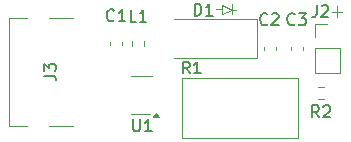
<source format=gbr>
%TF.GenerationSoftware,KiCad,Pcbnew,8.0.8*%
%TF.CreationDate,2025-02-05T16:43:23+08:00*%
%TF.ProjectId,5V24VBoostUp(USBC),35563234-5642-46f6-9f73-745570285553,rev?*%
%TF.SameCoordinates,Original*%
%TF.FileFunction,Legend,Top*%
%TF.FilePolarity,Positive*%
%FSLAX46Y46*%
G04 Gerber Fmt 4.6, Leading zero omitted, Abs format (unit mm)*
G04 Created by KiCad (PCBNEW 8.0.8) date 2025-02-05 16:43:23*
%MOMM*%
%LPD*%
G01*
G04 APERTURE LIST*
%ADD10C,0.100000*%
%ADD11C,0.150000*%
%ADD12C,0.120000*%
G04 APERTURE END LIST*
D10*
X127381000Y-88290400D02*
X128244600Y-87909400D01*
X127381000Y-87477600D02*
X127381000Y-88290400D01*
X137134600Y-87617300D02*
X137134600Y-88557100D01*
X136705975Y-88087200D02*
X137563225Y-88087200D01*
X128244600Y-87452200D02*
X128244600Y-87909400D01*
X128244600Y-88315800D02*
X128244600Y-87909400D01*
X128244600Y-87909400D02*
X127381000Y-87477600D01*
X127381000Y-87884000D02*
X126923800Y-87884000D01*
X128244600Y-87909400D02*
X128600200Y-87909400D01*
D11*
X124674333Y-93317219D02*
X124341000Y-92841028D01*
X124102905Y-93317219D02*
X124102905Y-92317219D01*
X124102905Y-92317219D02*
X124483857Y-92317219D01*
X124483857Y-92317219D02*
X124579095Y-92364838D01*
X124579095Y-92364838D02*
X124626714Y-92412457D01*
X124626714Y-92412457D02*
X124674333Y-92507695D01*
X124674333Y-92507695D02*
X124674333Y-92650552D01*
X124674333Y-92650552D02*
X124626714Y-92745790D01*
X124626714Y-92745790D02*
X124579095Y-92793409D01*
X124579095Y-92793409D02*
X124483857Y-92841028D01*
X124483857Y-92841028D02*
X124102905Y-92841028D01*
X125626714Y-93317219D02*
X125055286Y-93317219D01*
X125341000Y-93317219D02*
X125341000Y-92317219D01*
X125341000Y-92317219D02*
X125245762Y-92460076D01*
X125245762Y-92460076D02*
X125150524Y-92555314D01*
X125150524Y-92555314D02*
X125055286Y-92602933D01*
X119888095Y-97194019D02*
X119888095Y-98003542D01*
X119888095Y-98003542D02*
X119935714Y-98098780D01*
X119935714Y-98098780D02*
X119983333Y-98146400D01*
X119983333Y-98146400D02*
X120078571Y-98194019D01*
X120078571Y-98194019D02*
X120269047Y-98194019D01*
X120269047Y-98194019D02*
X120364285Y-98146400D01*
X120364285Y-98146400D02*
X120411904Y-98098780D01*
X120411904Y-98098780D02*
X120459523Y-98003542D01*
X120459523Y-98003542D02*
X120459523Y-97194019D01*
X121459523Y-98194019D02*
X120888095Y-98194019D01*
X121173809Y-98194019D02*
X121173809Y-97194019D01*
X121173809Y-97194019D02*
X121078571Y-97336876D01*
X121078571Y-97336876D02*
X120983333Y-97432114D01*
X120983333Y-97432114D02*
X120888095Y-97479733D01*
X131252933Y-89131480D02*
X131205314Y-89179100D01*
X131205314Y-89179100D02*
X131062457Y-89226719D01*
X131062457Y-89226719D02*
X130967219Y-89226719D01*
X130967219Y-89226719D02*
X130824362Y-89179100D01*
X130824362Y-89179100D02*
X130729124Y-89083861D01*
X130729124Y-89083861D02*
X130681505Y-88988623D01*
X130681505Y-88988623D02*
X130633886Y-88798147D01*
X130633886Y-88798147D02*
X130633886Y-88655290D01*
X130633886Y-88655290D02*
X130681505Y-88464814D01*
X130681505Y-88464814D02*
X130729124Y-88369576D01*
X130729124Y-88369576D02*
X130824362Y-88274338D01*
X130824362Y-88274338D02*
X130967219Y-88226719D01*
X130967219Y-88226719D02*
X131062457Y-88226719D01*
X131062457Y-88226719D02*
X131205314Y-88274338D01*
X131205314Y-88274338D02*
X131252933Y-88321957D01*
X131633886Y-88321957D02*
X131681505Y-88274338D01*
X131681505Y-88274338D02*
X131776743Y-88226719D01*
X131776743Y-88226719D02*
X132014838Y-88226719D01*
X132014838Y-88226719D02*
X132110076Y-88274338D01*
X132110076Y-88274338D02*
X132157695Y-88321957D01*
X132157695Y-88321957D02*
X132205314Y-88417195D01*
X132205314Y-88417195D02*
X132205314Y-88512433D01*
X132205314Y-88512433D02*
X132157695Y-88655290D01*
X132157695Y-88655290D02*
X131586267Y-89226719D01*
X131586267Y-89226719D02*
X132205314Y-89226719D01*
X112352819Y-93496533D02*
X113067104Y-93496533D01*
X113067104Y-93496533D02*
X113209961Y-93544152D01*
X113209961Y-93544152D02*
X113305200Y-93639390D01*
X113305200Y-93639390D02*
X113352819Y-93782247D01*
X113352819Y-93782247D02*
X113352819Y-93877485D01*
X112352819Y-93115580D02*
X112352819Y-92496533D01*
X112352819Y-92496533D02*
X112733771Y-92829866D01*
X112733771Y-92829866D02*
X112733771Y-92687009D01*
X112733771Y-92687009D02*
X112781390Y-92591771D01*
X112781390Y-92591771D02*
X112829009Y-92544152D01*
X112829009Y-92544152D02*
X112924247Y-92496533D01*
X112924247Y-92496533D02*
X113162342Y-92496533D01*
X113162342Y-92496533D02*
X113257580Y-92544152D01*
X113257580Y-92544152D02*
X113305200Y-92591771D01*
X113305200Y-92591771D02*
X113352819Y-92687009D01*
X113352819Y-92687009D02*
X113352819Y-92972723D01*
X113352819Y-92972723D02*
X113305200Y-93067961D01*
X113305200Y-93067961D02*
X113257580Y-93115580D01*
X135429666Y-87542019D02*
X135429666Y-88256304D01*
X135429666Y-88256304D02*
X135382047Y-88399161D01*
X135382047Y-88399161D02*
X135286809Y-88494400D01*
X135286809Y-88494400D02*
X135143952Y-88542019D01*
X135143952Y-88542019D02*
X135048714Y-88542019D01*
X135858238Y-87637257D02*
X135905857Y-87589638D01*
X135905857Y-87589638D02*
X136001095Y-87542019D01*
X136001095Y-87542019D02*
X136239190Y-87542019D01*
X136239190Y-87542019D02*
X136334428Y-87589638D01*
X136334428Y-87589638D02*
X136382047Y-87637257D01*
X136382047Y-87637257D02*
X136429666Y-87732495D01*
X136429666Y-87732495D02*
X136429666Y-87827733D01*
X136429666Y-87827733D02*
X136382047Y-87970590D01*
X136382047Y-87970590D02*
X135810619Y-88542019D01*
X135810619Y-88542019D02*
X136429666Y-88542019D01*
X133564333Y-89132580D02*
X133516714Y-89180200D01*
X133516714Y-89180200D02*
X133373857Y-89227819D01*
X133373857Y-89227819D02*
X133278619Y-89227819D01*
X133278619Y-89227819D02*
X133135762Y-89180200D01*
X133135762Y-89180200D02*
X133040524Y-89084961D01*
X133040524Y-89084961D02*
X132992905Y-88989723D01*
X132992905Y-88989723D02*
X132945286Y-88799247D01*
X132945286Y-88799247D02*
X132945286Y-88656390D01*
X132945286Y-88656390D02*
X132992905Y-88465914D01*
X132992905Y-88465914D02*
X133040524Y-88370676D01*
X133040524Y-88370676D02*
X133135762Y-88275438D01*
X133135762Y-88275438D02*
X133278619Y-88227819D01*
X133278619Y-88227819D02*
X133373857Y-88227819D01*
X133373857Y-88227819D02*
X133516714Y-88275438D01*
X133516714Y-88275438D02*
X133564333Y-88323057D01*
X133897667Y-88227819D02*
X134516714Y-88227819D01*
X134516714Y-88227819D02*
X134183381Y-88608771D01*
X134183381Y-88608771D02*
X134326238Y-88608771D01*
X134326238Y-88608771D02*
X134421476Y-88656390D01*
X134421476Y-88656390D02*
X134469095Y-88704009D01*
X134469095Y-88704009D02*
X134516714Y-88799247D01*
X134516714Y-88799247D02*
X134516714Y-89037342D01*
X134516714Y-89037342D02*
X134469095Y-89132580D01*
X134469095Y-89132580D02*
X134421476Y-89180200D01*
X134421476Y-89180200D02*
X134326238Y-89227819D01*
X134326238Y-89227819D02*
X134040524Y-89227819D01*
X134040524Y-89227819D02*
X133945286Y-89180200D01*
X133945286Y-89180200D02*
X133897667Y-89132580D01*
X118273533Y-88802380D02*
X118225914Y-88850000D01*
X118225914Y-88850000D02*
X118083057Y-88897619D01*
X118083057Y-88897619D02*
X117987819Y-88897619D01*
X117987819Y-88897619D02*
X117844962Y-88850000D01*
X117844962Y-88850000D02*
X117749724Y-88754761D01*
X117749724Y-88754761D02*
X117702105Y-88659523D01*
X117702105Y-88659523D02*
X117654486Y-88469047D01*
X117654486Y-88469047D02*
X117654486Y-88326190D01*
X117654486Y-88326190D02*
X117702105Y-88135714D01*
X117702105Y-88135714D02*
X117749724Y-88040476D01*
X117749724Y-88040476D02*
X117844962Y-87945238D01*
X117844962Y-87945238D02*
X117987819Y-87897619D01*
X117987819Y-87897619D02*
X118083057Y-87897619D01*
X118083057Y-87897619D02*
X118225914Y-87945238D01*
X118225914Y-87945238D02*
X118273533Y-87992857D01*
X119225914Y-88897619D02*
X118654486Y-88897619D01*
X118940200Y-88897619D02*
X118940200Y-87897619D01*
X118940200Y-87897619D02*
X118844962Y-88040476D01*
X118844962Y-88040476D02*
X118749724Y-88135714D01*
X118749724Y-88135714D02*
X118654486Y-88183333D01*
X125093505Y-88415019D02*
X125093505Y-87415019D01*
X125093505Y-87415019D02*
X125331600Y-87415019D01*
X125331600Y-87415019D02*
X125474457Y-87462638D01*
X125474457Y-87462638D02*
X125569695Y-87557876D01*
X125569695Y-87557876D02*
X125617314Y-87653114D01*
X125617314Y-87653114D02*
X125664933Y-87843590D01*
X125664933Y-87843590D02*
X125664933Y-87986447D01*
X125664933Y-87986447D02*
X125617314Y-88176923D01*
X125617314Y-88176923D02*
X125569695Y-88272161D01*
X125569695Y-88272161D02*
X125474457Y-88367400D01*
X125474457Y-88367400D02*
X125331600Y-88415019D01*
X125331600Y-88415019D02*
X125093505Y-88415019D01*
X126617314Y-88415019D02*
X126045886Y-88415019D01*
X126331600Y-88415019D02*
X126331600Y-87415019D01*
X126331600Y-87415019D02*
X126236362Y-87557876D01*
X126236362Y-87557876D02*
X126141124Y-87653114D01*
X126141124Y-87653114D02*
X126045886Y-87700733D01*
X120153133Y-88923019D02*
X119676943Y-88923019D01*
X119676943Y-88923019D02*
X119676943Y-87923019D01*
X121010276Y-88923019D02*
X120438848Y-88923019D01*
X120724562Y-88923019D02*
X120724562Y-87923019D01*
X120724562Y-87923019D02*
X120629324Y-88065876D01*
X120629324Y-88065876D02*
X120534086Y-88161114D01*
X120534086Y-88161114D02*
X120438848Y-88208733D01*
X135621733Y-97025619D02*
X135288400Y-96549428D01*
X135050305Y-97025619D02*
X135050305Y-96025619D01*
X135050305Y-96025619D02*
X135431257Y-96025619D01*
X135431257Y-96025619D02*
X135526495Y-96073238D01*
X135526495Y-96073238D02*
X135574114Y-96120857D01*
X135574114Y-96120857D02*
X135621733Y-96216095D01*
X135621733Y-96216095D02*
X135621733Y-96358952D01*
X135621733Y-96358952D02*
X135574114Y-96454190D01*
X135574114Y-96454190D02*
X135526495Y-96501809D01*
X135526495Y-96501809D02*
X135431257Y-96549428D01*
X135431257Y-96549428D02*
X135050305Y-96549428D01*
X136002686Y-96120857D02*
X136050305Y-96073238D01*
X136050305Y-96073238D02*
X136145543Y-96025619D01*
X136145543Y-96025619D02*
X136383638Y-96025619D01*
X136383638Y-96025619D02*
X136478876Y-96073238D01*
X136478876Y-96073238D02*
X136526495Y-96120857D01*
X136526495Y-96120857D02*
X136574114Y-96216095D01*
X136574114Y-96216095D02*
X136574114Y-96311333D01*
X136574114Y-96311333D02*
X136526495Y-96454190D01*
X136526495Y-96454190D02*
X135955067Y-97025619D01*
X135955067Y-97025619D02*
X136574114Y-97025619D01*
D12*
%TO.C,R1*%
X124045400Y-98770600D02*
X124045400Y-93700600D01*
X133815400Y-93700600D02*
X124045400Y-93700600D01*
X133815400Y-98770600D02*
X124045400Y-98770600D01*
X133815400Y-98770600D02*
X133815400Y-93700600D01*
%TO.C,U1*%
X120520800Y-96717800D02*
X119720800Y-96717800D01*
X120520800Y-96717800D02*
X121320800Y-96717800D01*
X121520800Y-93497800D02*
X119720800Y-93497800D01*
X122060800Y-96997800D02*
X121580800Y-96997800D01*
X121820800Y-96667800D01*
X122060800Y-96997800D01*
G36*
X122060800Y-96997800D02*
G01*
X121580800Y-96997800D01*
X121820800Y-96667800D01*
X122060800Y-96997800D01*
G37*
%TO.C,C2*%
X130960400Y-91038633D02*
X130960400Y-91331167D01*
X131980400Y-91038633D02*
X131980400Y-91331167D01*
%TO.C,J3*%
X109388000Y-88583200D02*
X109388000Y-97743200D01*
X110898000Y-88583200D02*
X109388000Y-88583200D01*
X110898000Y-97743200D02*
X109388000Y-97743200D01*
X114798000Y-88583200D02*
X112798000Y-88583200D01*
X114798000Y-97743200D02*
X112798000Y-97743200D01*
%TO.C,J2*%
X135261800Y-89135400D02*
X136321800Y-89135400D01*
X135261800Y-90195400D02*
X135261800Y-89135400D01*
X135261800Y-91195400D02*
X135261800Y-93255400D01*
X135261800Y-91195400D02*
X137381800Y-91195400D01*
X135261800Y-93255400D02*
X137381800Y-93255400D01*
X137381800Y-91195400D02*
X137381800Y-93255400D01*
%TO.C,C3*%
X133271800Y-91039733D02*
X133271800Y-91332267D01*
X134291800Y-91039733D02*
X134291800Y-91332267D01*
%TO.C,C1*%
X117930200Y-90924767D02*
X117930200Y-90632233D01*
X118950200Y-90924767D02*
X118950200Y-90632233D01*
%TO.C,D1*%
X130341600Y-88672400D02*
X123331600Y-88672400D01*
X130341600Y-91972400D02*
X123331600Y-91972400D01*
X130341600Y-91972400D02*
X130341600Y-88672400D01*
%TO.C,L1*%
X119759000Y-90950867D02*
X119759000Y-90608333D01*
X120779000Y-90950867D02*
X120779000Y-90608333D01*
%TO.C,R2*%
X136043124Y-94422700D02*
X135533676Y-94422700D01*
X136043124Y-95467700D02*
X135533676Y-95467700D01*
%TD*%
M02*

</source>
